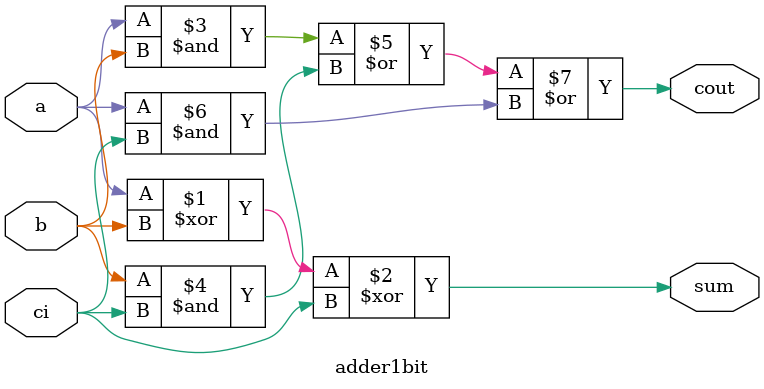
<source format=v>
/*
* 1-bit adder
* ci: carry bit from the low order
* cout : carry bit transferred to the high order
*/

module adder1bit (a, b, ci, sum, cout);
    input a, b, ci;
    output sum, cout;
    
    assign sum = a^b^ci;
    assign cout = (a&b)|(b&ci)|(a&ci);
endmodule

</source>
